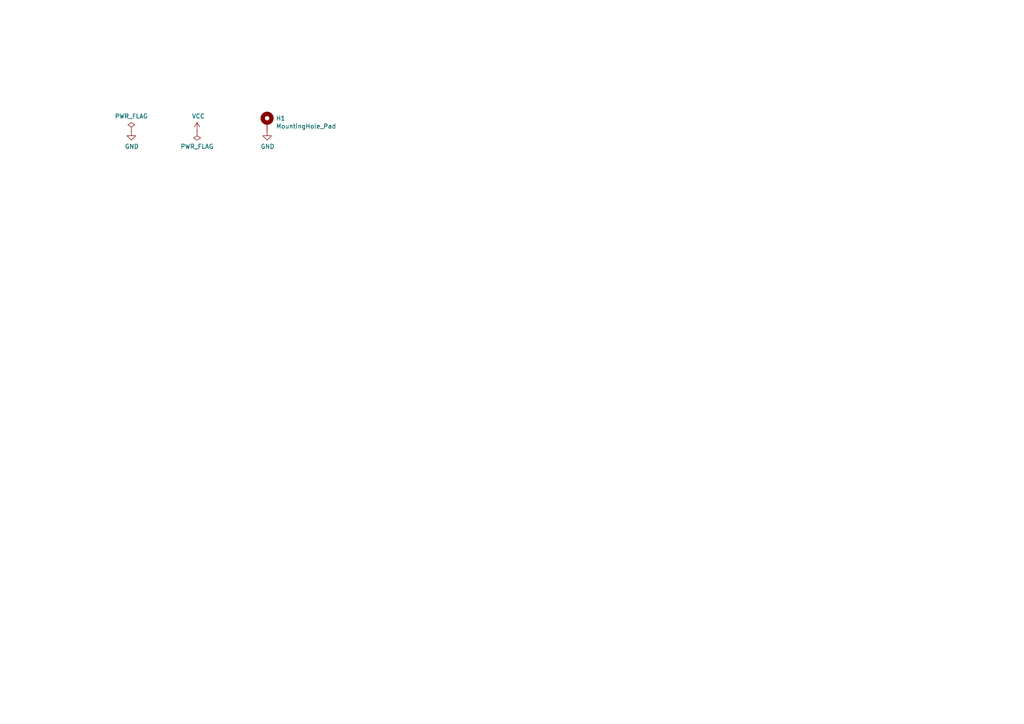
<source format=kicad_sch>
(kicad_sch (version 20230121) (generator eeschema)
  (paper "A4")
  (title_block (title "REVIUNG53 Slim Bottom Plate") (date "2021-12-01") (rev "1"))
  (lib_symbols
    (symbol "Mechanical:MountingHole_Pad" (pin_numbers hide) (pin_names (offset 1.016) hide)
      (property "Reference" "H" (at 0 6.35 0))
      (property "Value" "MountingHole_Pad" (at 0 4.445 0))
      (symbol "MountingHole_Pad_0_1"
        (circle (center 0 1.27) (radius 1.27) (stroke (width 1.27)))
      )
      (symbol "MountingHole_Pad_1_1"
        (pin input line (at 0 -2.54 90) (length 2.54) (name "1") (number "1"))
      )
    )
    (symbol "power:GND" (power) (pin_names (offset 0))
      (property "Value" "GND" (at 0 -3.81 0))
      (symbol "GND_0_1"
        (polyline (pts (xy 0 0) (xy 0 -1.27) (xy 1.27 -1.27) (xy 0 -2.54) (xy -1.27 -1.27) (xy 0 -1.27)))
      )
      (symbol "GND_1_1"
        (pin power_in line (at 0 0 270) (length 0) hide (name "GND") (number "1"))
      )
    )
    (symbol "power:PWR_FLAG" (power) (pin_numbers hide) (pin_names (offset 0) hide)
      (property "Value" "PWR_FLAG" (at 0 3.81 0))
      (symbol "PWR_FLAG_0_0"
        (pin power_out line (at 0 0 90) (length 0) (name "pwr") (number "1"))
      )
      (symbol "PWR_FLAG_0_1"
        (polyline (pts (xy 0 0) (xy 0 1.27) (xy -1.016 1.905) (xy 0 2.54) (xy 1.016 1.905) (xy 0 1.27)))
      )
    )
    (symbol "power:VCC" (power) (pin_names (offset 0))
      (property "Value" "VCC" (at 0 3.81 0))
      (symbol "VCC_0_1"
        (polyline (pts (xy -0.762 1.27) (xy 0 2.54)))
        (polyline (pts (xy 0 0) (xy 0 2.54)))
        (polyline (pts (xy 0 2.54) (xy 0.762 1.27)))
      )
      (symbol "VCC_1_1"
        (pin power_in line (at 0 0 90) (length 0) hide (name "VCC") (number "1"))
      )
    )
  )
  (symbol (lib_id "power:PWR_FLAG") (at 38.1 38.1 0) (unit 1)
    (property "Reference" "#FLG01" (effects hide))
    (property "Value" "PWR_FLAG" (at 38.1 33.7058 0))
  )
  (symbol (lib_id "power:PWR_FLAG") (at 57.15 38.1 180) (unit 1)
    (property "Reference" "#FLG02" (effects hide))
    (property "Value" "PWR_FLAG" (at 57.15 42.4942 0))
  )
  (symbol (lib_id "power:GND") (at 38.1 38.1 0) (unit 1)
    (property "Reference" "#PWR01" (effects hide))
    (property "Value" "GND" (at 38.227 42.4942 0))
  )
  (symbol (lib_id "power:VCC") (at 57.15 38.1 0) (unit 1)
    (property "Reference" "#PWR02" (effects hide))
    (property "Value" "VCC" (at 57.531 33.7058 0))
  )
  (symbol (lib_id "power:GND") (at 77.47 38.1 0) (unit 1)
    (property "Reference" "#PWR03" (effects hide))
    (property "Value" "GND" (at 77.597 42.4942 0))
  )
  (symbol (lib_id "Mechanical:MountingHole_Pad") (at 77.47 35.56 0) (unit 1)
    (property "Reference" "H1" (at 80.01 34.3154 0) (effects (justify left)))
    (property "Value" "MountingHole_Pad" (at 80.01 36.6268 0) (effects (justify left)))
    (property "Footprint" "MountingHole:MountingHole_2.2mm_M2_Pad" (effects hide))
  )
)
</source>
